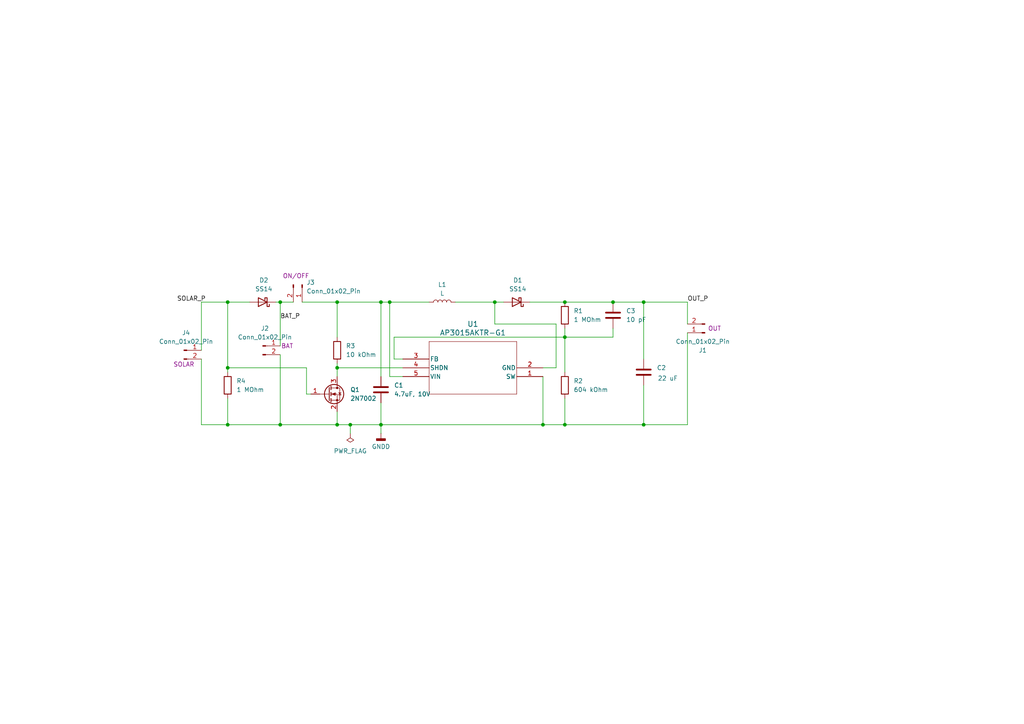
<source format=kicad_sch>
(kicad_sch (version 20250114) (generator "eeschema") (generator_version "9.0")
  (paper "A4")
  (title_block (title "Solar power supply") (date "2025-10-15") (rev "V1.0"))
  (lib_symbols
    (symbol "AP3015:AP3015AKTR-G1" (pin_names (offset 0.254))
      (property "Reference" "U" (at 20.32 10.16 0))
      (property "Value" "AP3015AKTR-G1" (at 20.32 7.62 0))
      (symbol "AP3015AKTR-G1_0_1"
        (polyline (pts (xy 7.62 5.08) (xy 7.62 -10.16)) (stroke (width 0.127)))
        (polyline (pts (xy 7.62 -10.16) (xy 33.02 -10.16)) (stroke (width 0.127)))
        (polyline (pts (xy 33.02 5.08) (xy 7.62 5.08)) (stroke (width 0.127)))
        (polyline (pts (xy 33.02 -10.16) (xy 33.02 5.08)) (stroke (width 0.127)))
        (pin unspecified line (at 0 0 0) (length 7.62) (name "SW") (number "1"))
        (pin power_out line (at 0 -2.54 0) (length 7.62) (name "GND") (number "2"))
        (pin unspecified line (at 40.64 0 180) (length 7.62) (name "VIN") (number "5"))
        (pin unspecified line (at 40.64 -2.54 180) (length 7.62) (name "SHDN") (number "4"))
        (pin unspecified line (at 40.64 -5.08 180) (length 7.62) (name "FB") (number "3"))
      )
    )
    (symbol "Connector:Conn_01x02_Pin" (pin_names (offset 1.016) (hide yes))
      (property "Reference" "J" (at 0 2.54 0))
      (property "Value" "Conn_01x02_Pin" (at 0 -5.08 0))
      (symbol "Conn_01x02_Pin_1_1"
        (rectangle (start 0.8636 0.127) (end 0 -0.127) (stroke (width 0.1524)) (fill (type outline)))
        (rectangle (start 0.8636 -2.413) (end 0 -2.667) (stroke (width 0.1524)) (fill (type outline)))
        (polyline (pts (xy 1.27 0) (xy 0.8636 0)) (stroke (width 0.1524)))
        (polyline (pts (xy 1.27 -2.54) (xy 0.8636 -2.54)) (stroke (width 0.1524)))
        (pin passive line (at 5.08 0 180) (length 3.81) (name "Pin_1") (number "1"))
        (pin passive line (at 5.08 -2.54 180) (length 3.81) (name "Pin_2") (number "2"))
      )
    )
    (symbol "Device:C" (pin_numbers (hide yes)) (pin_names (offset 0.254))
      (property "Reference" "C" (at 0.635 2.54 0))
      (property "Value" "C" (at 0.635 -2.54 0))
      (symbol "C_0_1"
        (polyline (pts (xy -2.032 0.762) (xy 2.032 0.762)) (stroke (width 0.508)))
        (polyline (pts (xy -2.032 -0.762) (xy 2.032 -0.762)) (stroke (width 0.508)))
      )
      (symbol "C_1_1"
        (pin passive line (at 0 3.81 270) (length 2.794) (name "~") (number "1"))
        (pin passive line (at 0 -3.81 90) (length 2.794) (name "~") (number "2"))
      )
    )
    (symbol "Device:L" (pin_numbers (hide yes)) (pin_names (offset 1.016) (hide yes))
      (property "Reference" "L" (at -1.27 0 90))
      (property "Value" "L" (at 1.905 0 90))
      (symbol "L_0_1"
        (arc (start 0 2.54) (mid 0.6323 1.905) (end 0 1.27))
        (arc (start 0 1.27) (mid 0.6323 0.635) (end 0 0))
        (arc (start 0 0) (mid 0.6323 -0.635) (end 0 -1.27))
        (arc (start 0 -1.27) (mid 0.6323 -1.905) (end 0 -2.54))
      )
      (symbol "L_1_1"
        (pin passive line (at 0 3.81 270) (length 1.27) (name "1") (number "1"))
        (pin passive line (at 0 -3.81 90) (length 1.27) (name "2") (number "2"))
      )
    )
    (symbol "Device:R" (pin_numbers (hide yes)) (pin_names (offset 0))
      (property "Reference" "R" (at 2.032 0 90))
      (property "Value" "R" (at 0 0 90))
      (symbol "R_0_1"
        (rectangle (start -1.016 -2.54) (end 1.016 2.54) (stroke (width 0.254)))
      )
      (symbol "R_1_1"
        (pin passive line (at 0 3.81 270) (length 1.27) (name "~") (number "1"))
        (pin passive line (at 0 -3.81 90) (length 1.27) (name "~") (number "2"))
      )
    )
    (symbol "Diode:SS14" (pin_numbers (hide yes)) (pin_names (offset 1.016) (hide yes))
      (property "Reference" "D" (at 0 2.54 0))
      (property "Value" "SS14" (at 0 -2.54 0))
      (symbol "SS14_0_1"
        (polyline (pts (xy -1.905 0.635) (xy -1.905 1.27) (xy -1.27 1.27) (xy -1.27 -1.27) (xy -0.635 -1.27) (xy -0.635 -0.635)) (stroke (width 0.254)))
        (polyline (pts (xy 1.27 1.27) (xy 1.27 -1.27) (xy -1.27 0) (xy 1.27 1.27)) (stroke (width 0.254)))
        (polyline (pts (xy 1.27 0) (xy -1.27 0)))
      )
      (symbol "SS14_1_1"
        (pin passive line (at -3.81 0 0) (length 2.54) (name "K") (number "1"))
        (pin passive line (at 3.81 0 180) (length 2.54) (name "A") (number "2"))
      )
    )
    (symbol "Transistor_FET:2N7002" (pin_names (offset 0) (hide yes))
      (property "Reference" "Q" (at 5.08 1.905 0))
      (property "Value" "2N7002" (at 5.08 0 0))
      (symbol "2N7002_0_1"
        (polyline (pts (xy 0.254 1.905) (xy 0.254 -1.905)) (stroke (width 0.254)))
        (polyline (pts (xy 0.254 0) (xy -2.54 0)))
        (polyline (pts (xy 0.762 2.286) (xy 0.762 1.27)) (stroke (width 0.254)))
        (polyline (pts (xy 0.762 0.508) (xy 0.762 -0.508)) (stroke (width 0.254)))
        (polyline (pts (xy 0.762 -1.27) (xy 0.762 -2.286)) (stroke (width 0.254)))
        (polyline (pts (xy 0.762 -1.778) (xy 3.302 -1.778) (xy 3.302 1.778) (xy 0.762 1.778)))
        (polyline (pts (xy 1.016 0) (xy 2.032 0.381) (xy 2.032 -0.381) (xy 1.016 0)) (fill (type outline)))
        (circle (center 1.651 0) (radius 2.794) (stroke (width 0.254)))
        (polyline (pts (xy 2.54 2.54) (xy 2.54 1.778)))
        (circle (center 2.54 1.778) (radius 0.254) (fill (type outline)))
        (circle (center 2.54 -1.778) (radius 0.254) (fill (type outline)))
        (polyline (pts (xy 2.54 -2.54) (xy 2.54 0) (xy 0.762 0)))
        (polyline (pts (xy 2.921 0.381) (xy 3.683 0.381)))
        (polyline (pts (xy 3.302 0.381) (xy 2.921 -0.254) (xy 3.683 -0.254) (xy 3.302 0.381)))
      )
      (symbol "2N7002_1_1"
        (pin input line (at -5.08 0 0) (length 2.54) (name "G") (number "1"))
        (pin passive line (at 2.54 5.08 270) (length 2.54) (name "D") (number "3"))
        (pin passive line (at 2.54 -5.08 90) (length 2.54) (name "S") (number "2"))
      )
    )
    (symbol "power:GNDD" (power) (pin_numbers (hide yes)) (pin_names (offset 0) (hide yes))
      (property "Value" "GNDD" (at 0 -3.175 0))
      (symbol "GNDD_0_1"
        (rectangle (start -1.27 -1.524) (end 1.27 -2.032) (stroke (width 0.254)) (fill (type outline)))
        (polyline (pts (xy 0 0) (xy 0 -1.524)))
      )
      (symbol "GNDD_1_1"
        (pin power_in line (at 0 0 270) (length 0) (name "~") (number "1"))
      )
    )
    (symbol "power:PWR_FLAG" (power) (pin_numbers (hide yes)) (pin_names (offset 0) (hide yes))
      (property "Value" "PWR_FLAG" (at 0 3.81 0))
      (symbol "PWR_FLAG_0_0"
        (pin power_out line (at 0 0 90) (length 0) (name "~") (number "1"))
      )
      (symbol "PWR_FLAG_0_1"
        (polyline (pts (xy 0 0) (xy 0 1.27) (xy -1.016 1.905) (xy 0 2.54) (xy 1.016 1.905) (xy 0 1.27)))
      )
    )
  )
  (junction (at 97.79 87.63))
  (junction (at 97.79 106.68))
  (junction (at 163.83 97.79))
  (junction (at 157.48 123.19))
  (junction (at 81.28 123.19))
  (junction (at 110.49 87.63))
  (junction (at 186.69 123.19))
  (junction (at 66.04 123.19))
  (junction (at 113.03 87.63))
  (junction (at 81.28 87.63))
  (junction (at 110.49 123.19))
  (junction (at 163.83 123.19))
  (junction (at 177.8 87.63))
  (junction (at 143.51 87.63))
  (junction (at 163.83 87.63))
  (junction (at 97.79 123.19))
  (junction (at 186.69 87.63))
  (junction (at 66.04 87.63))
  (junction (at 66.04 106.68))
  (junction (at 101.6 123.19))
  (wire (pts (xy 66.04 87.63) (xy 58.42 87.63)))
  (wire (pts (xy 97.79 119.38) (xy 97.79 123.19)))
  (wire (pts (xy 186.69 87.63) (xy 199.39 87.63)))
  (wire (pts (xy 110.49 123.19) (xy 157.48 123.19)))
  (wire (pts (xy 116.84 106.68) (xy 97.79 106.68)))
  (wire (pts (xy 66.04 123.19) (xy 81.28 123.19)))
  (wire (pts (xy 186.69 111.76) (xy 186.69 123.19)))
  (wire (pts (xy 114.3 97.79) (xy 114.3 104.14)))
  (wire (pts (xy 163.83 97.79) (xy 163.83 107.95)))
  (wire (pts (xy 163.83 115.57) (xy 163.83 123.19)))
  (wire (pts (xy 97.79 97.79) (xy 97.79 87.63)))
  (wire (pts (xy 58.42 87.63) (xy 58.42 101.6)))
  (wire (pts (xy 81.28 102.87) (xy 81.28 123.19)))
  (wire (pts (xy 163.83 97.79) (xy 177.8 97.79)))
  (wire (pts (xy 163.83 97.79) (xy 163.83 95.25)))
  (wire (pts (xy 153.67 87.63) (xy 163.83 87.63)))
  (wire (pts (xy 177.8 87.63) (xy 186.69 87.63)))
  (wire (pts (xy 143.51 87.63) (xy 146.05 87.63)))
  (wire (pts (xy 163.83 87.63) (xy 177.8 87.63)))
  (wire (pts (xy 81.28 87.63) (xy 85.09 87.63)))
  (wire (pts (xy 114.3 97.79) (xy 163.83 97.79)))
  (wire (pts (xy 199.39 123.19) (xy 186.69 123.19)))
  (wire (pts (xy 177.8 95.25) (xy 177.8 97.79)))
  (wire (pts (xy 66.04 106.68) (xy 88.9 106.68)))
  (wire (pts (xy 143.51 93.98) (xy 161.29 93.98)))
  (wire (pts (xy 143.51 87.63) (xy 143.51 93.98)))
  (wire (pts (xy 186.69 104.14) (xy 186.69 87.63)))
  (wire (pts (xy 58.42 123.19) (xy 66.04 123.19)))
  (wire (pts (xy 66.04 115.57) (xy 66.04 123.19)))
  (wire (pts (xy 88.9 106.68) (xy 88.9 114.3)))
  (wire (pts (xy 110.49 87.63) (xy 113.03 87.63)))
  (wire (pts (xy 132.08 87.63) (xy 143.51 87.63)))
  (wire (pts (xy 113.03 87.63) (xy 124.46 87.63)))
  (wire (pts (xy 199.39 96.52) (xy 199.39 123.19)))
  (wire (pts (xy 110.49 116.84) (xy 110.49 123.19)))
  (wire (pts (xy 97.79 87.63) (xy 110.49 87.63)))
  (wire (pts (xy 161.29 106.68) (xy 161.29 93.98)))
  (wire (pts (xy 81.28 87.63) (xy 80.01 87.63)))
  (wire (pts (xy 97.79 87.63) (xy 87.63 87.63)))
  (wire (pts (xy 157.48 109.22) (xy 157.48 123.19)))
  (wire (pts (xy 113.03 87.63) (xy 113.03 109.22)))
  (wire (pts (xy 186.69 123.19) (xy 163.83 123.19)))
  (wire (pts (xy 81.28 100.33) (xy 81.28 87.63)))
  (wire (pts (xy 110.49 109.22) (xy 110.49 87.63)))
  (wire (pts (xy 97.79 106.68) (xy 97.79 109.22)))
  (wire (pts (xy 101.6 123.19) (xy 97.79 123.19)))
  (wire (pts (xy 81.28 123.19) (xy 97.79 123.19)))
  (wire (pts (xy 66.04 87.63) (xy 66.04 106.68)))
  (wire (pts (xy 58.42 104.14) (xy 58.42 123.19)))
  (wire (pts (xy 66.04 106.68) (xy 66.04 107.95)))
  (wire (pts (xy 88.9 114.3) (xy 90.17 114.3)))
  (wire (pts (xy 110.49 123.19) (xy 110.49 125.73)))
  (wire (pts (xy 157.48 106.68) (xy 161.29 106.68)))
  (wire (pts (xy 199.39 93.98) (xy 199.39 87.63)))
  (wire (pts (xy 97.79 105.41) (xy 97.79 106.68)))
  (wire (pts (xy 110.49 123.19) (xy 101.6 123.19)))
  (wire (pts (xy 157.48 123.19) (xy 163.83 123.19)))
  (wire (pts (xy 116.84 109.22) (xy 113.03 109.22)))
  (wire (pts (xy 72.39 87.63) (xy 66.04 87.63)))
  (wire (pts (xy 101.6 123.19) (xy 101.6 125.73)))
  (wire (pts (xy 114.3 104.14) (xy 116.84 104.14)))
  (label "BAT_P" (at 81.28 92.71 0))
  (label "SOLAR_P" (at 59.69 87.63 180))
  (label "OUT_P" (at 199.39 87.63 0))
  (symbol (lib_id "Device:R") (at 163.83 111.76 0) (unit 1)
    (property "Reference" "R2" (at 166.37 110.4899 0) (effects (justify left)))
    (property "Value" "604 kOhm" (at 166.37 113.0299 0) (effects (justify left)))
    (property "Footprint" "Resistor_SMD:R_0805_2012Metric" (effects (hide yes)))
    (property "Description" "Resistor" (effects (hide yes)))
  )
  (symbol (lib_id "power:GNDD") (at 110.49 125.73 0) (unit 1)
    (property "Reference" "#PWR01" (effects (hide yes)))
    (property "Value" "GNDD" (at 110.49 129.54 0))
    (property "Description" "Power symbol creates a global label with name \"GNDD\" , digital ground" (effects (hide yes)))
  )
  (symbol (lib_id "Device:R") (at 163.83 91.44 0) (unit 1)
    (property "Reference" "R1" (at 166.37 90.1699 0) (effects (justify left)))
    (property "Value" "1 MOhm" (at 166.37 92.7099 0) (effects (justify left)))
    (property "Footprint" "Resistor_SMD:R_0805_2012Metric" (effects (hide yes)))
    (property "Description" "Resistor" (effects (hide yes)))
  )
  (symbol (lib_id "Device:C") (at 177.8 91.44 0) (unit 1)
    (property "Reference" "C3" (at 181.61 90.1699 0) (effects (justify left)))
    (property "Value" "10 pF" (at 181.61 92.7099 0) (effects (justify left)))
    (property "Footprint" "Capacitor_SMD:C_0805_2012Metric" (effects (hide yes)))
    (property "Description" "Unpolarized capacitor" (effects (hide yes)))
  )
  (symbol (lib_id "Device:R") (at 66.04 111.76 0) (unit 1)
    (property "Reference" "R4" (at 68.58 110.4899 0) (effects (justify left)))
    (property "Value" "1 MOhm" (at 68.58 113.0299 0) (effects (justify left)))
    (property "Footprint" "Resistor_SMD:R_0805_2012Metric" (effects (hide yes)))
    (property "Description" "Resistor" (effects (hide yes)))
  )
  (symbol (lib_id "Connector:Conn_01x02_Pin") (at 87.63 82.55 270) (unit 1)
    (property "Reference" "J3" (at 88.9 81.9149 90) (effects (justify left)))
    (property "Value" "Conn_01x02_Pin" (at 88.9 84.4549 90) (effects (justify left)))
    (property "Footprint" "Connector_PinHeader_2.54mm:PinHeader_1x02_P2.54mm_Vertical" (effects (hide yes)))
    (property "Description" "Generic connector, single row, 01x02, script generated" (effects (hide yes)))
    (property "Short description" "ON/OFF" (at 85.852 80.01 90))
  )
  (symbol (lib_id "Connector:Conn_01x02_Pin") (at 53.34 101.6 0) (unit 1)
    (property "Reference" "J4" (at 53.975 96.52 0))
    (property "Value" "Conn_01x02_Pin" (at 53.975 99.06 0))
    (property "Footprint" "Connector_PinHeader_2.54mm:PinHeader_1x02_P2.54mm_Horizontal" (effects (hide yes)))
    (property "Description" "Generic connector, single row, 01x02, script generated" (effects (hide yes)))
    (property "Short description" "SOLAR" (at 53.34 105.664 0))
  )
  (symbol (lib_id "Diode:SS14") (at 76.2 87.63 180) (unit 1)
    (property "Reference" "D2" (at 76.5175 81.28 0))
    (property "Value" "SS14" (at 76.5175 83.82 0))
    (property "Footprint" "Diode_SMD:D_SMA" (effects (hide yes)))
    (property "Datasheet" "https://www.vishay.com/docs/88746/ss12.pdf" (effects (hide yes)))
    (property "Description" "40V 1A Schottky Diode, SMA" (effects (hide yes)))
  )
  (symbol (lib_id "AP3015:AP3015AKTR-G1") (at 157.48 109.22 180) (unit 1)
    (property "Reference" "U1" (at 137.16 93.98 0) (effects (font (size 1.524 1.524))))
    (property "Value" "AP3015AKTR-G1" (at 137.16 96.52 0) (effects (font (size 1.524 1.524))))
    (property "Footprint" "ap3015:SOT23-5_1P55X2P9_DIO" (effects (hide yes)))
    (property "Datasheet" "AP3015AKTR-G1" (effects (hide yes)))
  )
  (symbol (lib_id "Device:R") (at 97.79 101.6 0) (unit 1)
    (property "Reference" "R3" (at 100.33 100.3299 0) (effects (justify left)))
    (property "Value" "10 kOhm" (at 100.33 102.8699 0) (effects (justify left)))
    (property "Footprint" "Resistor_SMD:R_0805_2012Metric" (effects (hide yes)))
    (property "Description" "Resistor" (effects (hide yes)))
  )
  (symbol (lib_id "power:PWR_FLAG") (at 101.6 125.73 180) (unit 1)
    (property "Reference" "#FLG01" (effects (hide yes)))
    (property "Value" "PWR_FLAG" (at 101.6 130.81 0))
    (property "Description" "Special symbol for telling ERC where power comes from" (effects (hide yes)))
  )
  (symbol (lib_id "Transistor_FET:2N7002") (at 95.25 114.3 0) (unit 1)
    (property "Reference" "Q1" (at 101.6 113.0299 0) (effects (justify left)))
    (property "Value" "2N7002" (at 101.6 115.5699 0) (effects (justify left)))
    (property "Footprint" "Package_TO_SOT_SMD:SOT-23" (effects (hide yes)))
    (property "Datasheet" "https://www.onsemi.com/pub/Collateral/NDS7002A-D.PDF" (effects (hide yes)))
    (property "Description" "0.115A Id, 60V Vds, N-Channel MOSFET, SOT-23" (effects (hide yes)))
  )
  (symbol (lib_id "Connector:Conn_01x02_Pin") (at 76.2 100.33 0) (unit 1)
    (property "Reference" "J2" (at 76.835 95.25 0))
    (property "Value" "Conn_01x02_Pin" (at 76.835 97.79 0))
    (property "Footprint" "Connector_PinHeader_2.54mm:PinHeader_1x02_P2.54mm_Vertical" (effects (hide yes)))
    (property "Description" "Generic connector, single row, 01x02, script generated" (effects (hide yes)))
    (property "Short description" "BAT" (at 83.312 100.33 0))
  )
  (symbol (lib_id "Connector:Conn_01x02_Pin") (at 204.47 96.52 180) (unit 1)
    (property "Reference" "J1" (at 203.835 101.6 0))
    (property "Value" "Conn_01x02_Pin" (at 203.835 99.06 0))
    (property "Footprint" "Connector_PinHeader_2.54mm:PinHeader_1x02_P2.54mm_Vertical" (effects (hide yes)))
    (property "Description" "Generic connector, single row, 01x02, script generated" (effects (hide yes)))
    (property "Short description" "OUT" (at 207.264 95.25 0))
  )
  (symbol (lib_id "Diode:SS14") (at 149.86 87.63 180) (unit 1)
    (property "Reference" "D1" (at 150.1775 81.28 0))
    (property "Value" "SS14" (at 150.1775 83.82 0))
    (property "Footprint" "Diode_SMD:D_SMA" (effects (hide yes)))
    (property "Datasheet" "https://www.vishay.com/docs/88746/ss12.pdf" (effects (hide yes)))
    (property "Description" "40V 1A Schottky Diode, SMA" (effects (hide yes)))
  )
  (symbol (lib_id "Device:C") (at 186.69 107.95 0) (unit 1)
    (property "Reference" "C2" (at 190.5 106.6799 0) (effects (justify left)))
    (property "Value" "22 uF" (at 190.754 109.728 0) (effects (justify left)))
    (property "Footprint" "Capacitor_SMD:C_1206_3216Metric" (effects (hide yes)))
    (property "Description" "Unpolarized capacitor" (effects (hide yes)))
  )
  (symbol (lib_id "Device:C") (at 110.49 113.03 0) (unit 1)
    (property "Reference" "C1" (at 114.3 111.7599 0) (effects (justify left)))
    (property "Value" "4.7uF, 10V" (at 114.3 114.2999 0) (effects (justify left)))
    (property "Footprint" "Capacitor_SMD:C_0805_2012Metric" (effects (hide yes)))
    (property "Description" "Unpolarized capacitor" (effects (hide yes)))
  )
  (symbol (lib_id "Device:L") (at 128.27 87.63 90) (unit 1)
    (property "Reference" "L1" (at 128.27 82.55 90))
    (property "Value" "L" (at 128.27 85.09 90))
    (property "Footprint" "Inductor_SMD:L_Abracon_ASPI-0630LR" (effects (hide yes)))
    (property "Description" "Inductor" (effects (hide yes)))
  )
)
</source>
